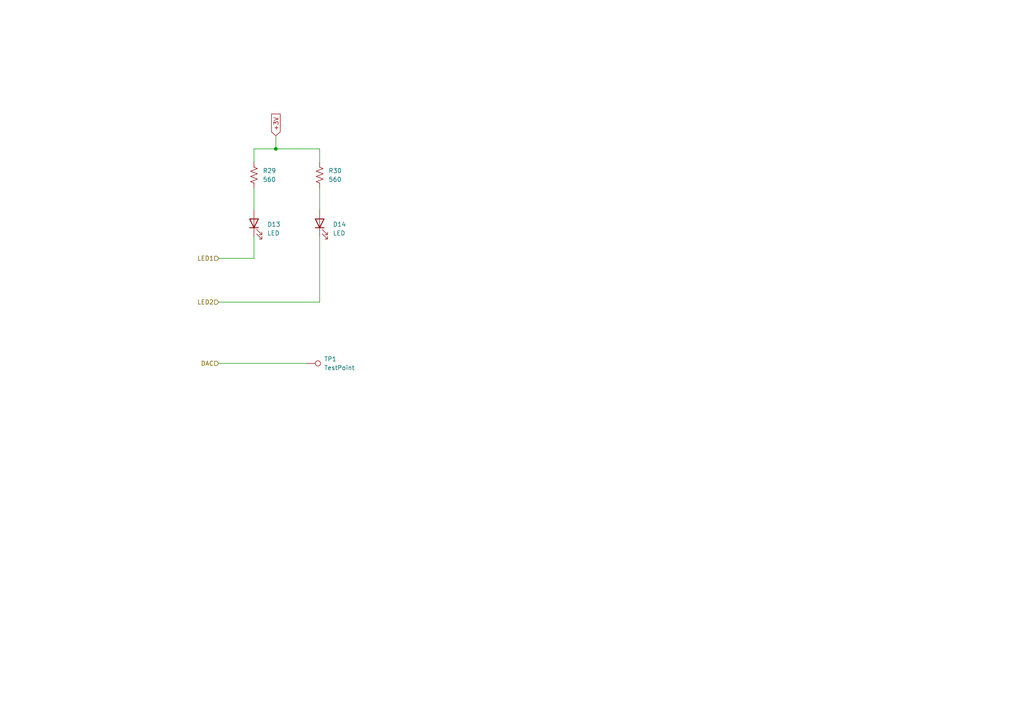
<source format=kicad_sch>
(kicad_sch (version 20230121) (generator eeschema)

  (uuid a7810eb9-abe8-40ce-8c7e-a3035e6df392)

  (paper "A4")

  (title_block
    (title "moteus-c1")
    (rev "1.1")
  )

  (lib_symbols
    (symbol "Connector:TestPoint" (pin_numbers hide) (pin_names (offset 0.762) hide) (in_bom yes) (on_board yes)
      (property "Reference" "TP" (at 0 6.858 0)
        (effects (font (size 1.27 1.27)))
      )
      (property "Value" "TestPoint" (at 0 5.08 0)
        (effects (font (size 1.27 1.27)))
      )
      (property "Footprint" "" (at 5.08 0 0)
        (effects (font (size 1.27 1.27)) hide)
      )
      (property "Datasheet" "~" (at 5.08 0 0)
        (effects (font (size 1.27 1.27)) hide)
      )
      (property "ki_keywords" "test point tp" (at 0 0 0)
        (effects (font (size 1.27 1.27)) hide)
      )
      (property "ki_description" "test point" (at 0 0 0)
        (effects (font (size 1.27 1.27)) hide)
      )
      (property "ki_fp_filters" "Pin* Test*" (at 0 0 0)
        (effects (font (size 1.27 1.27)) hide)
      )
      (symbol "TestPoint_0_1"
        (circle (center 0 3.302) (radius 0.762)
          (stroke (width 0) (type default))
          (fill (type none))
        )
      )
      (symbol "TestPoint_1_1"
        (pin passive line (at 0 0 90) (length 2.54)
          (name "1" (effects (font (size 1.27 1.27))))
          (number "1" (effects (font (size 1.27 1.27))))
        )
      )
    )
    (symbol "Device:LED" (pin_numbers hide) (pin_names (offset 1.016) hide) (in_bom yes) (on_board yes)
      (property "Reference" "D" (at 0 2.54 0)
        (effects (font (size 1.27 1.27)))
      )
      (property "Value" "LED" (at 0 -2.54 0)
        (effects (font (size 1.27 1.27)))
      )
      (property "Footprint" "" (at 0 0 0)
        (effects (font (size 1.27 1.27)) hide)
      )
      (property "Datasheet" "~" (at 0 0 0)
        (effects (font (size 1.27 1.27)) hide)
      )
      (property "ki_keywords" "LED diode" (at 0 0 0)
        (effects (font (size 1.27 1.27)) hide)
      )
      (property "ki_description" "Light emitting diode" (at 0 0 0)
        (effects (font (size 1.27 1.27)) hide)
      )
      (property "ki_fp_filters" "LED* LED_SMD:* LED_THT:*" (at 0 0 0)
        (effects (font (size 1.27 1.27)) hide)
      )
      (symbol "LED_0_1"
        (polyline
          (pts
            (xy -1.27 -1.27)
            (xy -1.27 1.27)
          )
          (stroke (width 0.254) (type default))
          (fill (type none))
        )
        (polyline
          (pts
            (xy -1.27 0)
            (xy 1.27 0)
          )
          (stroke (width 0) (type default))
          (fill (type none))
        )
        (polyline
          (pts
            (xy 1.27 -1.27)
            (xy 1.27 1.27)
            (xy -1.27 0)
            (xy 1.27 -1.27)
          )
          (stroke (width 0.254) (type default))
          (fill (type none))
        )
        (polyline
          (pts
            (xy -3.048 -0.762)
            (xy -4.572 -2.286)
            (xy -3.81 -2.286)
            (xy -4.572 -2.286)
            (xy -4.572 -1.524)
          )
          (stroke (width 0) (type default))
          (fill (type none))
        )
        (polyline
          (pts
            (xy -1.778 -0.762)
            (xy -3.302 -2.286)
            (xy -2.54 -2.286)
            (xy -3.302 -2.286)
            (xy -3.302 -1.524)
          )
          (stroke (width 0) (type default))
          (fill (type none))
        )
      )
      (symbol "LED_1_1"
        (pin passive line (at -3.81 0 0) (length 2.54)
          (name "K" (effects (font (size 1.27 1.27))))
          (number "1" (effects (font (size 1.27 1.27))))
        )
        (pin passive line (at 3.81 0 180) (length 2.54)
          (name "A" (effects (font (size 1.27 1.27))))
          (number "2" (effects (font (size 1.27 1.27))))
        )
      )
    )
    (symbol "Device:R_US" (pin_numbers hide) (pin_names (offset 0)) (in_bom yes) (on_board yes)
      (property "Reference" "R" (at 2.54 0 90)
        (effects (font (size 1.27 1.27)))
      )
      (property "Value" "R_US" (at -2.54 0 90)
        (effects (font (size 1.27 1.27)))
      )
      (property "Footprint" "" (at 1.016 -0.254 90)
        (effects (font (size 1.27 1.27)) hide)
      )
      (property "Datasheet" "~" (at 0 0 0)
        (effects (font (size 1.27 1.27)) hide)
      )
      (property "ki_keywords" "R res resistor" (at 0 0 0)
        (effects (font (size 1.27 1.27)) hide)
      )
      (property "ki_description" "Resistor, US symbol" (at 0 0 0)
        (effects (font (size 1.27 1.27)) hide)
      )
      (property "ki_fp_filters" "R_*" (at 0 0 0)
        (effects (font (size 1.27 1.27)) hide)
      )
      (symbol "R_US_0_1"
        (polyline
          (pts
            (xy 0 -2.286)
            (xy 0 -2.54)
          )
          (stroke (width 0) (type default))
          (fill (type none))
        )
        (polyline
          (pts
            (xy 0 2.286)
            (xy 0 2.54)
          )
          (stroke (width 0) (type default))
          (fill (type none))
        )
        (polyline
          (pts
            (xy 0 -0.762)
            (xy 1.016 -1.143)
            (xy 0 -1.524)
            (xy -1.016 -1.905)
            (xy 0 -2.286)
          )
          (stroke (width 0) (type default))
          (fill (type none))
        )
        (polyline
          (pts
            (xy 0 0.762)
            (xy 1.016 0.381)
            (xy 0 0)
            (xy -1.016 -0.381)
            (xy 0 -0.762)
          )
          (stroke (width 0) (type default))
          (fill (type none))
        )
        (polyline
          (pts
            (xy 0 2.286)
            (xy 1.016 1.905)
            (xy 0 1.524)
            (xy -1.016 1.143)
            (xy 0 0.762)
          )
          (stroke (width 0) (type default))
          (fill (type none))
        )
      )
      (symbol "R_US_1_1"
        (pin passive line (at 0 3.81 270) (length 1.27)
          (name "~" (effects (font (size 1.27 1.27))))
          (number "1" (effects (font (size 1.27 1.27))))
        )
        (pin passive line (at 0 -3.81 90) (length 1.27)
          (name "~" (effects (font (size 1.27 1.27))))
          (number "2" (effects (font (size 1.27 1.27))))
        )
      )
    )
  )

  (junction (at 80.01 43.18) (diameter 0) (color 0 0 0 0)
    (uuid 9ecf1423-4fe8-43a2-9557-68b2533502e4)
  )

  (wire (pts (xy 92.71 68.58) (xy 92.71 87.63))
    (stroke (width 0) (type default))
    (uuid 5fa97af0-604c-43f4-8784-49861f6fd58b)
  )
  (wire (pts (xy 92.71 43.18) (xy 92.71 46.99))
    (stroke (width 0) (type default))
    (uuid 7ea72aad-9639-4ba4-aa70-42e5ffb25264)
  )
  (wire (pts (xy 73.66 68.58) (xy 73.66 74.93))
    (stroke (width 0) (type default))
    (uuid 879db33d-c00c-443f-a2b4-7ca29b5e1775)
  )
  (wire (pts (xy 73.66 74.93) (xy 63.5 74.93))
    (stroke (width 0) (type default))
    (uuid 94865130-40bb-4286-938a-bec809575880)
  )
  (wire (pts (xy 92.71 54.61) (xy 92.71 60.96))
    (stroke (width 0) (type default))
    (uuid ab6b9648-8ede-4478-b26b-8b7dd5e8d5b6)
  )
  (wire (pts (xy 73.66 43.18) (xy 73.66 46.99))
    (stroke (width 0) (type default))
    (uuid ac700a11-feac-4024-9fc2-8bc8d3e38a61)
  )
  (wire (pts (xy 63.5 105.41) (xy 88.9 105.41))
    (stroke (width 0) (type default))
    (uuid c178164b-12f3-41d4-bbf7-1c32dd1b851a)
  )
  (wire (pts (xy 73.66 54.61) (xy 73.66 60.96))
    (stroke (width 0) (type default))
    (uuid c6921f2e-b7c6-4ad8-b1bd-e27311757209)
  )
  (wire (pts (xy 92.71 87.63) (xy 63.5 87.63))
    (stroke (width 0) (type default))
    (uuid d113bbf9-1ba0-4622-a170-4461b65f390f)
  )
  (wire (pts (xy 80.01 39.37) (xy 80.01 43.18))
    (stroke (width 0) (type default))
    (uuid d5e301f8-7781-4b5e-b461-ef09e112b4c2)
  )
  (wire (pts (xy 80.01 43.18) (xy 73.66 43.18))
    (stroke (width 0) (type default))
    (uuid deef545d-2859-4302-a1ae-63fae41d4a2b)
  )
  (wire (pts (xy 80.01 43.18) (xy 92.71 43.18))
    (stroke (width 0) (type default))
    (uuid f16dd0a1-2bb6-4a55-9a38-c856ace7a13c)
  )

  (global_label "+3V" (shape input) (at 80.01 39.37 90) (fields_autoplaced)
    (effects (font (size 1.27 1.27)) (justify left))
    (uuid 726f3439-9399-4421-a07a-255ceb21f13e)
    (property "Intersheetrefs" "${INTERSHEET_REFS}" (at 80.01 32.5143 90)
      (effects (font (size 1.27 1.27)) (justify left) hide)
    )
  )

  (hierarchical_label "LED1" (shape input) (at 63.5 74.93 180) (fields_autoplaced)
    (effects (font (size 1.27 1.27)) (justify right))
    (uuid 72023d39-a661-493a-ab94-59b986d5bf91)
  )
  (hierarchical_label "LED2" (shape input) (at 63.5 87.63 180) (fields_autoplaced)
    (effects (font (size 1.27 1.27)) (justify right))
    (uuid d96f8ed5-8988-4e05-b681-7f633854cebc)
  )
  (hierarchical_label "DAC" (shape input) (at 63.5 105.41 180) (fields_autoplaced)
    (effects (font (size 1.27 1.27)) (justify right))
    (uuid e8beb44a-3d7d-457f-8ec2-2ba171ecb1d1)
  )

  (symbol (lib_id "Device:LED") (at 73.66 64.77 90) (unit 1)
    (in_bom yes) (on_board yes) (dnp no) (fields_autoplaced)
    (uuid 32bc2107-5953-430d-b3b2-222038302312)
    (property "Reference" "D13" (at 77.47 65.0875 90)
      (effects (font (size 1.27 1.27)) (justify right))
    )
    (property "Value" "LED" (at 77.47 67.6275 90)
      (effects (font (size 1.27 1.27)) (justify right))
    )
    (property "Footprint" "LED_SMD:LED_0603_1608Metric" (at 73.66 64.77 0)
      (effects (font (size 1.27 1.27)) hide)
    )
    (property "Datasheet" "~" (at 73.66 64.77 0)
      (effects (font (size 1.27 1.27)) hide)
    )
    (property "MPN" "MF-LED-0603-RED" (at 73.66 64.77 90)
      (effects (font (size 1.27 1.27)) hide)
    )
    (property "POPULATE" "1" (at 73.66 64.77 90)
      (effects (font (size 1.27 1.27)) hide)
    )
    (pin "1" (uuid 953ec277-524f-48c4-8cc4-0a7236094d70))
    (pin "2" (uuid 6323ee1c-1732-466b-ade2-e689373a439f))
    (instances
      (project "moteus_c1"
        (path "/bd70986b-b0dc-4add-82aa-78459b97d0c4/54136a62-2cda-4bb6-b3b3-758464ba372d"
          (reference "D13") (unit 1)
        )
      )
    )
  )

  (symbol (lib_id "Device:R_US") (at 92.71 50.8 0) (unit 1)
    (in_bom yes) (on_board yes) (dnp no) (fields_autoplaced)
    (uuid 43f47a45-e44c-4e0a-b3f0-8656118587f4)
    (property "Reference" "R30" (at 95.25 49.53 0)
      (effects (font (size 1.27 1.27)) (justify left))
    )
    (property "Value" "560" (at 95.25 52.07 0)
      (effects (font (size 1.27 1.27)) (justify left))
    )
    (property "Footprint" "Resistor_SMD:R_0402_1005Metric" (at 93.726 51.054 90)
      (effects (font (size 1.27 1.27)) hide)
    )
    (property "Datasheet" "~" (at 92.71 50.8 0)
      (effects (font (size 1.27 1.27)) hide)
    )
    (property "MPN" "MF-RES-0402-560" (at 92.71 50.8 0)
      (effects (font (size 1.27 1.27)) hide)
    )
    (property "POPULATE" "1" (at 92.71 50.8 0)
      (effects (font (size 1.27 1.27)) hide)
    )
    (pin "1" (uuid 3eb80e92-0f71-43b1-a558-b844d1f9a93a))
    (pin "2" (uuid 53d8ef95-f87b-41ab-bb7f-7f9afdcb75dc))
    (instances
      (project "moteus_c1"
        (path "/bd70986b-b0dc-4add-82aa-78459b97d0c4/54136a62-2cda-4bb6-b3b3-758464ba372d"
          (reference "R30") (unit 1)
        )
      )
    )
  )

  (symbol (lib_id "Device:R_US") (at 73.66 50.8 0) (unit 1)
    (in_bom yes) (on_board yes) (dnp no) (fields_autoplaced)
    (uuid ca9da3eb-8a55-42fa-ad5f-d3fdbae2b76c)
    (property "Reference" "R29" (at 76.2 49.53 0)
      (effects (font (size 1.27 1.27)) (justify left))
    )
    (property "Value" "560" (at 76.2 52.07 0)
      (effects (font (size 1.27 1.27)) (justify left))
    )
    (property "Footprint" "Resistor_SMD:R_0402_1005Metric" (at 74.676 51.054 90)
      (effects (font (size 1.27 1.27)) hide)
    )
    (property "Datasheet" "~" (at 73.66 50.8 0)
      (effects (font (size 1.27 1.27)) hide)
    )
    (property "MPN" "MF-RES-0402-560" (at 73.66 50.8 0)
      (effects (font (size 1.27 1.27)) hide)
    )
    (property "POPULATE" "1" (at 73.66 50.8 0)
      (effects (font (size 1.27 1.27)) hide)
    )
    (pin "1" (uuid 907e8242-934b-4c92-bdad-b34edbe5d8f8))
    (pin "2" (uuid e724624d-b28f-4f16-bb6c-1aaac7c304b8))
    (instances
      (project "moteus_c1"
        (path "/bd70986b-b0dc-4add-82aa-78459b97d0c4/54136a62-2cda-4bb6-b3b3-758464ba372d"
          (reference "R29") (unit 1)
        )
      )
    )
  )

  (symbol (lib_id "Device:LED") (at 92.71 64.77 90) (unit 1)
    (in_bom yes) (on_board yes) (dnp no) (fields_autoplaced)
    (uuid cf601838-54e9-47a8-adf2-147c55b3aeec)
    (property "Reference" "D14" (at 96.52 65.0875 90)
      (effects (font (size 1.27 1.27)) (justify right))
    )
    (property "Value" "LED" (at 96.52 67.6275 90)
      (effects (font (size 1.27 1.27)) (justify right))
    )
    (property "Footprint" "LED_SMD:LED_0603_1608Metric" (at 92.71 64.77 0)
      (effects (font (size 1.27 1.27)) hide)
    )
    (property "Datasheet" "~" (at 92.71 64.77 0)
      (effects (font (size 1.27 1.27)) hide)
    )
    (property "MPN" "MF-LED-0603-GREEN" (at 92.71 64.77 90)
      (effects (font (size 1.27 1.27)) hide)
    )
    (property "POPULATE" "1" (at 92.71 64.77 90)
      (effects (font (size 1.27 1.27)) hide)
    )
    (pin "1" (uuid 73d9cdcf-cf10-46d3-9b9b-d946e7529b74))
    (pin "2" (uuid 5f8a4e0f-aec6-42d1-89aa-12fac9adbe3d))
    (instances
      (project "moteus_c1"
        (path "/bd70986b-b0dc-4add-82aa-78459b97d0c4/54136a62-2cda-4bb6-b3b3-758464ba372d"
          (reference "D14") (unit 1)
        )
      )
    )
  )

  (symbol (lib_id "Connector:TestPoint") (at 88.9 105.41 270) (unit 1)
    (in_bom no) (on_board yes) (dnp no) (fields_autoplaced)
    (uuid d78105f3-5961-445d-8da9-a697d5089adb)
    (property "Reference" "TP1" (at 93.98 104.14 90)
      (effects (font (size 1.27 1.27)) (justify left))
    )
    (property "Value" "TestPoint" (at 93.98 106.68 90)
      (effects (font (size 1.27 1.27)) (justify left))
    )
    (property "Footprint" "TestPoint:TestPoint_THTPad_D1.0mm_Drill0.5mm" (at 88.9 110.49 0)
      (effects (font (size 1.27 1.27)) hide)
    )
    (property "Datasheet" "~" (at 88.9 110.49 0)
      (effects (font (size 1.27 1.27)) hide)
    )
    (pin "1" (uuid c1f59678-7119-4611-9ade-92a462cd33ae))
    (instances
      (project "moteus_c1"
        (path "/bd70986b-b0dc-4add-82aa-78459b97d0c4/54136a62-2cda-4bb6-b3b3-758464ba372d"
          (reference "TP1") (unit 1)
        )
      )
    )
  )
)

</source>
